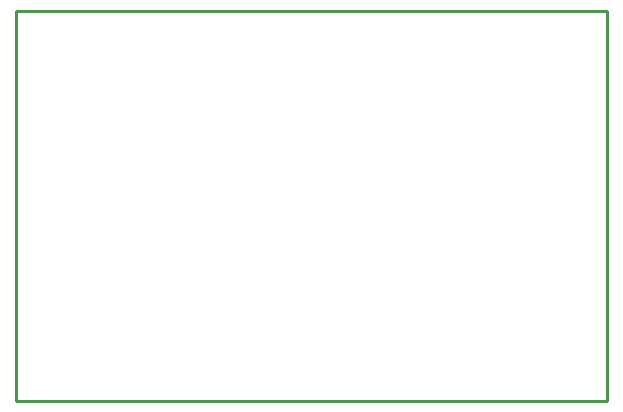
<source format=gbr>
G04 This is an RS-274x file exported by *
G04 gerbv version 2.6A *
G04 More information is available about gerbv at *
G04 http://gerbv.geda-project.org/ *
G04 --End of header info--*
%MOIN*%
%FSLAX34Y34*%
%IPPOS*%
G04 --Define apertures--*
%ADD10C,0.0100*%
G04 --Start main section--*
G54D10*
G01X0036221Y0014173D02*
G01X0036221Y0027165D01*
G01X0016535Y0014567D02*
G01X0016535Y0027165D01*
G01X0016535Y0027165D02*
G01X0036221Y0027165D01*
G01X0016535Y0014173D02*
G01X0036221Y0014173D01*
G01X0016535Y0014173D02*
G01X0016535Y0014567D01*
M02*

</source>
